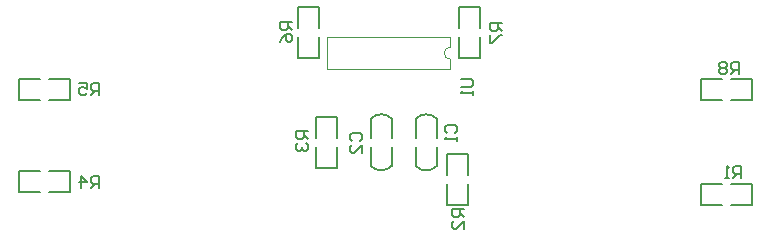
<source format=gbo>
%FSLAX25Y25*%
%MOIN*%
G70*
G01*
G75*
G04 Layer_Color=32896*
%ADD10C,0.02000*%
%ADD11C,0.03000*%
%ADD12C,0.01000*%
%ADD13C,0.01500*%
%ADD14C,0.06000*%
%ADD15R,0.06000X0.06000*%
%ADD16O,0.19685X0.07087*%
%ADD17C,0.07000*%
%ADD18C,0.06300*%
%ADD19C,0.02500*%
%ADD20R,0.02400X0.07600*%
%ADD21O,0.02400X0.07600*%
%ADD22R,0.06000X0.05000*%
%ADD23R,0.05000X0.06000*%
%ADD24C,0.00700*%
%ADD25C,0.00500*%
%ADD26C,0.00100*%
%ADD27C,0.00200*%
%ADD28C,0.00600*%
%ADD29R,0.00900X0.00700*%
%ADD30R,0.00446X0.00990*%
%ADD31C,0.00400*%
D25*
X248229Y35583D02*
G03*
X255316Y35576I3547J3273D01*
G01*
X255317Y51214D02*
G03*
X248229Y51208I-3541J-3279D01*
G01*
X270322Y51173D02*
G03*
X263235Y51179I-3547J-3273D01*
G01*
X263235Y35541D02*
G03*
X270322Y35548I3541J3279D01*
G01*
X147575Y64602D02*
X148075D01*
Y64102D02*
Y64602D01*
Y57602D02*
Y58102D01*
X147575Y57602D02*
X148075D01*
X131075D02*
X131575D01*
X131075D02*
Y58102D01*
Y64102D02*
Y64602D01*
X131575D01*
Y57602D02*
X138075D01*
X141075D02*
X147575D01*
X131575Y64602D02*
X138075D01*
X141075D02*
X147575D01*
X148075Y58102D02*
Y64102D01*
X131075Y58102D02*
Y64102D01*
Y26878D02*
X131575D01*
X131075D02*
Y27378D01*
Y33378D02*
Y33878D01*
X131575D01*
X147575D02*
X148075D01*
Y33378D02*
Y33878D01*
Y26878D02*
Y27378D01*
X147575Y26878D02*
X148075D01*
X141075Y33878D02*
X147575D01*
X131575D02*
X138075D01*
X141075Y26878D02*
X147575D01*
X131575D02*
X138075D01*
X131075Y27378D02*
Y33378D01*
X148075Y27378D02*
Y33378D01*
X224575Y71602D02*
X230575D01*
X224575Y88602D02*
X230575D01*
X224075Y81602D02*
Y88102D01*
Y72102D02*
Y78602D01*
X231075Y81602D02*
Y88102D01*
Y72102D02*
Y78602D01*
X224075Y71602D02*
Y72102D01*
Y71602D02*
X224575D01*
X230575D02*
X231075D01*
Y72102D01*
Y88102D02*
Y88602D01*
X230575D02*
X231075D01*
X224075D02*
X224575D01*
X224075Y88102D02*
Y88602D01*
X280551Y22488D02*
Y22988D01*
X280051Y22488D02*
X280551D01*
X273551D02*
X274051D01*
X273551D02*
Y22988D01*
Y38988D02*
Y39488D01*
X274051D01*
X280051D02*
X280551D01*
Y38988D02*
Y39488D01*
X273551Y32488D02*
Y38988D01*
Y22988D02*
Y29488D01*
X280551Y32488D02*
Y38988D01*
Y22988D02*
Y29488D01*
X274051Y22488D02*
X280051D01*
X274051Y39488D02*
X280051D01*
X237075Y34878D02*
Y35378D01*
X236575Y34878D02*
X237075D01*
X230075D02*
X230575D01*
X230075D02*
Y35378D01*
Y51378D02*
Y51878D01*
X230575D01*
X236575D02*
X237075D01*
Y51378D02*
Y51878D01*
X230075Y44878D02*
Y51378D01*
Y35378D02*
Y41878D01*
X237075Y44878D02*
Y51378D01*
Y35378D02*
Y41878D01*
X230575Y34878D02*
X236575D01*
X230575Y51878D02*
X236575D01*
X358500Y57602D02*
X359000D01*
X358500D02*
Y58102D01*
Y64102D02*
Y64602D01*
X359000D01*
X375000D02*
X375500D01*
Y64102D02*
Y64602D01*
Y57602D02*
Y58102D01*
X375000Y57602D02*
X375500D01*
X368500Y64602D02*
X375000D01*
X359000D02*
X365500D01*
X368500Y57602D02*
X375000D01*
X359000D02*
X365500D01*
X358500Y58102D02*
Y64102D01*
X375500Y58102D02*
Y64102D01*
X277575Y88102D02*
Y88602D01*
X278075D01*
X284075D02*
X284575D01*
Y88102D02*
Y88602D01*
Y71602D02*
Y72102D01*
X284075Y71602D02*
X284575D01*
X277575D02*
X278075D01*
X277575D02*
Y72102D01*
X284575D02*
Y78602D01*
Y81602D02*
Y88102D01*
X277575Y72102D02*
Y78602D01*
Y81602D02*
Y88102D01*
X278075Y88602D02*
X284075D01*
X278075Y71602D02*
X284075D01*
X375000Y29488D02*
X375500D01*
Y28988D02*
Y29488D01*
Y22488D02*
Y22988D01*
X375000Y22488D02*
X375500D01*
X358500D02*
X359000D01*
X358500D02*
Y22988D01*
Y28988D02*
Y29488D01*
X359000D01*
Y22488D02*
X365500D01*
X368500D02*
X375000D01*
X359000Y29488D02*
X365500D01*
X368500D02*
X375000D01*
X375500Y22988D02*
Y28988D01*
X358500Y22988D02*
Y28988D01*
X255319Y35579D02*
Y41878D01*
X248232Y35579D02*
Y41878D01*
X255319Y51212D02*
X255319Y44878D01*
X248232D02*
X248233Y51212D01*
X263232Y44878D02*
Y51177D01*
X270319Y44878D02*
Y51177D01*
X263232Y41878D02*
X263233Y35544D01*
X270319D02*
X270319Y41878D01*
D28*
X222075Y83602D02*
X218076D01*
Y81603D01*
X218743Y80936D01*
X220075D01*
X220742Y81603D01*
Y83602D01*
Y82269D02*
X222075Y80936D01*
X218076Y76938D02*
X218743Y78271D01*
X220075Y79604D01*
X221408D01*
X222075Y78937D01*
Y77604D01*
X221408Y76938D01*
X220742D01*
X220075Y77604D01*
Y79604D01*
X278501Y64488D02*
X281834D01*
X282500Y63822D01*
Y62489D01*
X281834Y61822D01*
X278501D01*
X282500Y60489D02*
Y59157D01*
Y59823D01*
X278501D01*
X279168Y60489D01*
X371024Y66102D02*
Y70101D01*
X369024D01*
X368358Y69435D01*
Y68102D01*
X369024Y67435D01*
X371024D01*
X369691D02*
X368358Y66102D01*
X367025Y69435D02*
X366358Y70101D01*
X365026D01*
X364359Y69435D01*
Y68768D01*
X365026Y68102D01*
X364359Y67435D01*
Y66769D01*
X365026Y66102D01*
X366358D01*
X367025Y66769D01*
Y67435D01*
X366358Y68102D01*
X367025Y68768D01*
Y69435D01*
X366358Y68102D02*
X365026D01*
X292075Y83102D02*
X288076D01*
Y81103D01*
X288743Y80436D01*
X290075D01*
X290742Y81103D01*
Y83102D01*
Y81769D02*
X292075Y80436D01*
X288076Y79104D02*
Y76438D01*
X288743D01*
X291408Y79104D01*
X292075D01*
X157575Y59102D02*
Y63101D01*
X155576D01*
X154909Y62435D01*
Y61102D01*
X155576Y60435D01*
X157575D01*
X156242D02*
X154909Y59102D01*
X150910Y63101D02*
X153576D01*
Y61102D01*
X152243Y61768D01*
X151577D01*
X150910Y61102D01*
Y59769D01*
X151577Y59102D01*
X152910D01*
X153576Y59769D01*
X157575Y28102D02*
Y32101D01*
X155576D01*
X154909Y31435D01*
Y30102D01*
X155576Y29435D01*
X157575D01*
X156242D02*
X154909Y28102D01*
X151577D02*
Y32101D01*
X153576Y30102D01*
X150910D01*
X227276Y47079D02*
X223277D01*
Y45079D01*
X223943Y44413D01*
X225276D01*
X225943Y45079D01*
Y47079D01*
Y45746D02*
X227276Y44413D01*
X223943Y43080D02*
X223277Y42413D01*
Y41081D01*
X223943Y40414D01*
X224610D01*
X225276Y41081D01*
Y41747D01*
Y41081D01*
X225943Y40414D01*
X226609D01*
X227276Y41081D01*
Y42413D01*
X226609Y43080D01*
X279500Y20988D02*
X275501D01*
Y18989D01*
X276168Y18322D01*
X277501D01*
X278167Y18989D01*
Y20988D01*
Y19655D02*
X279500Y18322D01*
Y14324D02*
Y16989D01*
X276834Y14324D01*
X276168D01*
X275501Y14990D01*
Y16323D01*
X276168Y16989D01*
X371551Y31602D02*
Y35601D01*
X369552D01*
X368885Y34935D01*
Y33602D01*
X369552Y32935D01*
X371551D01*
X370218D02*
X368885Y31602D01*
X367552D02*
X366220D01*
X366886D01*
Y35601D01*
X367552Y34935D01*
X241943Y43712D02*
X241277Y44379D01*
Y45711D01*
X241943Y46378D01*
X244609D01*
X245276Y45711D01*
Y44379D01*
X244609Y43712D01*
X245276Y39713D02*
Y42379D01*
X242610Y39713D01*
X241943D01*
X241277Y40380D01*
Y41713D01*
X241943Y42379D01*
X273719Y46322D02*
X273053Y46989D01*
Y48322D01*
X273719Y48988D01*
X276385D01*
X277051Y48322D01*
Y46989D01*
X276385Y46322D01*
X277051Y44989D02*
Y43657D01*
Y44323D01*
X273053D01*
X273719Y44989D01*
D31*
X274776Y75078D02*
G03*
X274776Y71078I0J-2000D01*
G01*
X233776Y67878D02*
X274776D01*
X233776D02*
Y78378D01*
X274776D01*
Y75078D02*
Y78378D01*
Y67878D02*
Y71078D01*
M02*

</source>
